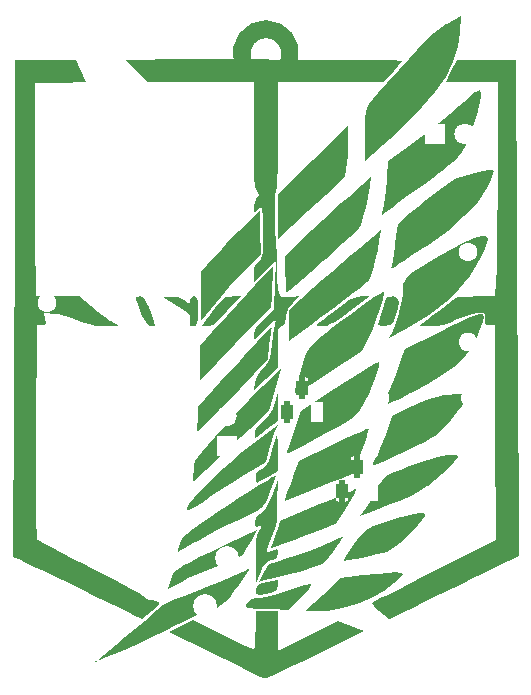
<source format=gto>
G04 #@! TF.GenerationSoftware,KiCad,Pcbnew,8.0.5*
G04 #@! TF.CreationDate,2025-05-26T16:56:42+05:00*
G04 #@! TF.ProjectId,Wings_Of_Freedom,57696e67-735f-44f6-965f-46726565646f,rev?*
G04 #@! TF.SameCoordinates,Original*
G04 #@! TF.FileFunction,Legend,Top*
G04 #@! TF.FilePolarity,Positive*
%FSLAX46Y46*%
G04 Gerber Fmt 4.6, Leading zero omitted, Abs format (unit mm)*
G04 Created by KiCad (PCBNEW 8.0.5) date 2025-05-26 16:56:42*
%MOMM*%
%LPD*%
G01*
G04 APERTURE LIST*
G04 Aperture macros list*
%AMRoundRect*
0 Rectangle with rounded corners*
0 $1 Rounding radius*
0 $2 $3 $4 $5 $6 $7 $8 $9 X,Y pos of 4 corners*
0 Add a 4 corners polygon primitive as box body*
4,1,4,$2,$3,$4,$5,$6,$7,$8,$9,$2,$3,0*
0 Add four circle primitives for the rounded corners*
1,1,$1+$1,$2,$3*
1,1,$1+$1,$4,$5*
1,1,$1+$1,$6,$7*
1,1,$1+$1,$8,$9*
0 Add four rect primitives between the rounded corners*
20,1,$1+$1,$2,$3,$4,$5,0*
20,1,$1+$1,$4,$5,$6,$7,0*
20,1,$1+$1,$6,$7,$8,$9,0*
20,1,$1+$1,$8,$9,$2,$3,0*%
%AMHorizOval*
0 Thick line with rounded ends*
0 $1 width*
0 $2 $3 position (X,Y) of the first rounded end (center of the circle)*
0 $4 $5 position (X,Y) of the second rounded end (center of the circle)*
0 Add line between two ends*
20,1,$1,$2,$3,$4,$5,0*
0 Add two circle primitives to create the rounded ends*
1,1,$1,$2,$3*
1,1,$1,$4,$5*%
%AMRotRect*
0 Rectangle, with rotation*
0 The origin of the aperture is its center*
0 $1 length*
0 $2 width*
0 $3 Rotation angle, in degrees counterclockwise*
0 Add horizontal line*
21,1,$1,$2,0,0,$3*%
G04 Aperture macros list end*
%ADD10C,1.500000*%
%ADD11C,0.000000*%
%ADD12C,1.600000*%
%ADD13O,1.600000X1.600000*%
%ADD14R,1.700000X1.700000*%
%ADD15O,1.700000X1.700000*%
%ADD16R,1.100000X1.800000*%
%ADD17RoundRect,0.275000X0.275000X0.625000X-0.275000X0.625000X-0.275000X-0.625000X0.275000X-0.625000X0*%
%ADD18RotRect,1.600000X1.600000X125.000000*%
%ADD19HorizOval,1.600000X0.000000X0.000000X0.000000X0.000000X0*%
%ADD20R,1.800000X1.800000*%
%ADD21C,1.800000*%
%ADD22RotRect,1.800000X1.800000X40.000000*%
%ADD23C,1.500000*%
%ADD24C,2.000000*%
G04 APERTURE END LIST*
D10*
X200755086Y-57308312D02*
G75*
G02*
X204740873Y-57323914I1994914J508312D01*
G01*
D11*
G36*
X188463478Y-108224410D02*
G01*
X188384596Y-108303292D01*
X188305714Y-108224410D01*
X188384596Y-108145528D01*
X188463478Y-108224410D01*
G37*
G36*
X203344548Y-75733132D02*
G01*
X203306981Y-76427547D01*
X203269626Y-77149453D01*
X203253332Y-77478641D01*
X203214410Y-78285667D01*
X200177454Y-81393217D01*
X197140497Y-84500767D01*
X197140497Y-83016406D01*
X197140497Y-81532046D01*
X198690436Y-79811768D01*
X199430134Y-78999190D01*
X200277183Y-78081916D01*
X201123693Y-77176132D01*
X201818608Y-76443070D01*
X203396842Y-74794650D01*
X203344548Y-75733132D01*
G37*
G36*
X203766584Y-101849498D02*
G01*
X203719313Y-102157712D01*
X203519053Y-102339153D01*
X203174969Y-102457729D01*
X202684462Y-102567928D01*
X202260783Y-102621857D01*
X202217906Y-102622909D01*
X201956514Y-102570628D01*
X201890175Y-102349369D01*
X201902378Y-102195543D01*
X201962820Y-101946724D01*
X202123702Y-101788850D01*
X202463070Y-101672251D01*
X202859441Y-101586432D01*
X203766584Y-101405567D01*
X203766584Y-101849498D01*
G37*
G36*
X202290326Y-71960720D02*
G01*
X202312826Y-73750008D01*
X201047382Y-75053047D01*
X200401170Y-75743034D01*
X199669025Y-76563205D01*
X198956898Y-77393269D01*
X198540099Y-77899564D01*
X197298261Y-79443042D01*
X197298261Y-77366727D01*
X197298261Y-75290411D01*
X198394995Y-73998595D01*
X198999935Y-73321725D01*
X199731787Y-72555609D01*
X200477874Y-71816316D01*
X200879778Y-71439106D01*
X202267826Y-70171433D01*
X202290326Y-71960720D01*
G37*
G36*
X203752249Y-86703753D02*
G01*
X203766584Y-87901108D01*
X202819788Y-88636361D01*
X202363078Y-88986828D01*
X202014318Y-89246550D01*
X201837490Y-89368067D01*
X201828554Y-89371615D01*
X201802020Y-89235558D01*
X201802757Y-88945772D01*
X201938644Y-88548855D01*
X202330617Y-88079868D01*
X202545541Y-87880865D01*
X203029548Y-87391077D01*
X203328441Y-86895446D01*
X203503799Y-86374099D01*
X203737914Y-85506397D01*
X203752249Y-86703753D01*
G37*
G36*
X209730015Y-63929313D02*
G01*
X209729514Y-64669443D01*
X209679425Y-65507190D01*
X209613615Y-66089762D01*
X209449933Y-67205776D01*
X207830929Y-68753375D01*
X207106401Y-69441450D01*
X206329511Y-70171829D01*
X205593291Y-70857450D01*
X204990774Y-71411255D01*
X204989255Y-71412636D01*
X203766584Y-72524298D01*
X203766584Y-70626229D01*
X203766584Y-68728160D01*
X206724659Y-65806519D01*
X209682733Y-62884877D01*
X209730015Y-63929313D01*
G37*
G36*
X214207782Y-100777155D02*
G01*
X214336770Y-100868292D01*
X214228993Y-101039628D01*
X213948395Y-101348103D01*
X213611571Y-101674429D01*
X212756085Y-102314528D01*
X211674090Y-102899077D01*
X210453755Y-103395678D01*
X209183248Y-103771931D01*
X207950737Y-103995439D01*
X207164030Y-104043664D01*
X206058861Y-104043664D01*
X207555269Y-102643841D01*
X209051677Y-101244018D01*
X210966444Y-100987320D01*
X212148380Y-100843822D01*
X213095172Y-100760518D01*
X213787934Y-100738073D01*
X214207782Y-100777155D01*
G37*
G36*
X199488558Y-78629695D02*
G01*
X198941861Y-79200648D01*
X198543424Y-79571224D01*
X198238373Y-79782490D01*
X197971832Y-79875511D01*
X197802048Y-79891807D01*
X197461900Y-79883886D01*
X197380533Y-79801995D01*
X197486520Y-79619870D01*
X197681594Y-79361163D01*
X198008075Y-78939653D01*
X198400805Y-78439360D01*
X198465323Y-78357758D01*
X198863567Y-77867611D01*
X199149687Y-77576848D01*
X199402383Y-77433571D01*
X199700357Y-77385880D01*
X199945682Y-77381553D01*
X200653390Y-77381553D01*
X199488558Y-78629695D01*
G37*
G36*
X192289778Y-77409005D02*
G01*
X192466338Y-77532228D01*
X192635612Y-77812518D01*
X192844039Y-78311171D01*
X192926010Y-78525341D01*
X193166377Y-79168436D01*
X193298030Y-79572448D01*
X193325152Y-79792934D01*
X193251927Y-79885451D01*
X193082538Y-79905554D01*
X193029952Y-79905776D01*
X192799087Y-79820367D01*
X192568228Y-79530321D01*
X192302800Y-78998633D01*
X191992529Y-78297103D01*
X191801000Y-77834872D01*
X191720710Y-77562072D01*
X191744155Y-77428830D01*
X191863832Y-77385277D01*
X192059496Y-77381553D01*
X192289778Y-77409005D01*
G37*
G36*
X209850268Y-78643664D02*
G01*
X209129003Y-79167786D01*
X208598711Y-79525758D01*
X208203312Y-79747700D01*
X207886724Y-79863733D01*
X207592867Y-79903978D01*
X207500363Y-79905776D01*
X207128373Y-79877780D01*
X206989184Y-79804821D01*
X207008634Y-79769771D01*
X207188402Y-79626386D01*
X207565872Y-79337569D01*
X208085210Y-78945705D01*
X208671134Y-78507659D01*
X209341116Y-78018314D01*
X209828517Y-77693643D01*
X210197012Y-77501055D01*
X210510280Y-77407955D01*
X210831996Y-77381751D01*
X210871164Y-77381553D01*
X211558568Y-77381553D01*
X209850268Y-78643664D01*
G37*
G36*
X213798534Y-77416709D02*
G01*
X213974012Y-77554974D01*
X214009554Y-77845540D01*
X213913133Y-78337601D01*
X213730822Y-78959192D01*
X213564524Y-79450472D01*
X213411096Y-79715583D01*
X213197937Y-79832085D01*
X212872758Y-79875859D01*
X212495387Y-79873472D01*
X212295447Y-79806173D01*
X212285839Y-79781078D01*
X212331388Y-79539320D01*
X212435889Y-79179939D01*
X212573716Y-78724649D01*
X212725801Y-78174010D01*
X212757498Y-78052049D01*
X212885727Y-77633210D01*
X213044927Y-77438849D01*
X213326332Y-77383726D01*
X213475149Y-77381553D01*
X213798534Y-77416709D01*
G37*
G36*
X203729712Y-89202580D02*
G01*
X203751167Y-89597006D01*
X203764089Y-90171782D01*
X203766584Y-90596868D01*
X203766584Y-92137649D01*
X202913669Y-92647800D01*
X202455930Y-92913342D01*
X202111538Y-93097851D01*
X201967085Y-93157950D01*
X201901409Y-93020577D01*
X201873427Y-92689422D01*
X201873416Y-92682106D01*
X201934968Y-92321661D01*
X202176025Y-92075887D01*
X202407082Y-91951774D01*
X202674973Y-91800744D01*
X202865751Y-91604052D01*
X203020558Y-91288270D01*
X203180536Y-90779972D01*
X203289614Y-90376687D01*
X203453015Y-89784094D01*
X203591510Y-89329145D01*
X203683313Y-89081514D01*
X203702532Y-89056087D01*
X203729712Y-89202580D01*
G37*
G36*
X206580575Y-101832689D02*
G01*
X206363783Y-102130639D01*
X206003112Y-102548395D01*
X205746977Y-102821955D01*
X204724086Y-103885900D01*
X203259310Y-103862262D01*
X202557600Y-103844710D01*
X201930893Y-103817954D01*
X201478464Y-103786657D01*
X201363721Y-103773194D01*
X201068256Y-103704908D01*
X201039811Y-103565861D01*
X201170754Y-103344764D01*
X201423852Y-103097042D01*
X201838242Y-102947568D01*
X202241900Y-102883825D01*
X202744297Y-102791125D01*
X203438914Y-102618668D01*
X204221229Y-102393944D01*
X204766262Y-102219858D01*
X205455590Y-101997888D01*
X206038724Y-101826472D01*
X206448958Y-101724168D01*
X206613596Y-101705919D01*
X206580575Y-101832689D01*
G37*
G36*
X201556142Y-98017977D02*
G01*
X201271053Y-98531030D01*
X201017896Y-98959385D01*
X200874192Y-99178052D01*
X200657780Y-99329412D01*
X200206362Y-99557464D01*
X199582273Y-99833329D01*
X198847849Y-100128131D01*
X198711253Y-100180034D01*
X197847598Y-100519497D01*
X196970382Y-100888353D01*
X196185162Y-101240877D01*
X195622351Y-101518048D01*
X194498615Y-102115796D01*
X194750346Y-101328615D01*
X194824734Y-101094466D01*
X194901939Y-100899012D01*
X195012291Y-100723254D01*
X195186122Y-100548189D01*
X195453762Y-100354820D01*
X195845542Y-100124145D01*
X196391792Y-99837164D01*
X197122845Y-99474877D01*
X198069029Y-99018285D01*
X199260677Y-98448386D01*
X199629849Y-98271950D01*
X202040319Y-97119619D01*
X201556142Y-98017977D01*
G37*
G36*
X219254469Y-85617603D02*
G01*
X220196408Y-85664161D01*
X218948080Y-87170293D01*
X218403550Y-87808341D01*
X217866861Y-88404437D01*
X217402977Y-88888267D01*
X217098891Y-89171704D01*
X216768223Y-89388204D01*
X216204873Y-89697788D01*
X215467450Y-90072270D01*
X214614564Y-90483461D01*
X213704825Y-90903176D01*
X212796843Y-91303228D01*
X211949228Y-91655430D01*
X211863591Y-91689487D01*
X211839777Y-91600552D01*
X211947270Y-91298176D01*
X212163243Y-90844232D01*
X212204859Y-90764476D01*
X212535822Y-90063033D01*
X212862209Y-89251651D01*
X213073430Y-88631766D01*
X213415130Y-87497508D01*
X214804412Y-86779972D01*
X216350750Y-86103860D01*
X217812555Y-85714022D01*
X219175345Y-85614243D01*
X219254469Y-85617603D01*
G37*
G36*
X203534161Y-88785000D02*
G01*
X203375628Y-89227398D01*
X203190757Y-89833575D01*
X203045884Y-90370586D01*
X202783253Y-91416127D01*
X201500074Y-92154644D01*
X200897571Y-92514567D01*
X200121083Y-92997610D01*
X199257188Y-93548942D01*
X198392460Y-94113730D01*
X198105125Y-94304776D01*
X197320330Y-94826847D01*
X196761236Y-95188512D01*
X196392528Y-95406652D01*
X196178897Y-95498149D01*
X196085028Y-95479883D01*
X196075610Y-95368735D01*
X196095591Y-95265432D01*
X196270730Y-94929520D01*
X196663267Y-94431928D01*
X197240425Y-93803253D01*
X197969425Y-93074093D01*
X198817492Y-92275045D01*
X199751848Y-91436706D01*
X200739715Y-90589673D01*
X201748316Y-89764543D01*
X202744874Y-88991914D01*
X203092698Y-88733740D01*
X203759806Y-88244955D01*
X203534161Y-88785000D01*
G37*
G36*
X196824415Y-77407902D02*
G01*
X196918634Y-77529264D01*
X196965731Y-77809106D01*
X196981572Y-78310899D01*
X196982733Y-78643664D01*
X196976146Y-79272503D01*
X196945805Y-79649381D01*
X196875845Y-79837767D01*
X196750396Y-79901132D01*
X196667205Y-79905776D01*
X196402509Y-79855573D01*
X196334960Y-79787453D01*
X196331442Y-79553544D01*
X196344377Y-79258854D01*
X196320396Y-79032677D01*
X196182292Y-78821013D01*
X195878644Y-78573478D01*
X195358031Y-78239686D01*
X195217306Y-78154506D01*
X194064100Y-77460435D01*
X194753244Y-77411011D01*
X195290109Y-77424254D01*
X195663417Y-77582544D01*
X195788878Y-77687098D01*
X196119006Y-77954954D01*
X196294665Y-77971399D01*
X196351210Y-77737059D01*
X196351677Y-77697081D01*
X196463233Y-77433408D01*
X196667205Y-77381553D01*
X196824415Y-77407902D01*
G37*
G36*
X203247485Y-80039908D02*
G01*
X203224570Y-80122803D01*
X203218063Y-80142422D01*
X203152349Y-80455887D01*
X203082235Y-80971338D01*
X203024218Y-81562298D01*
X202935727Y-82666646D01*
X201737817Y-83928758D01*
X200521400Y-85207155D01*
X199505747Y-86266999D01*
X198677486Y-87121477D01*
X198023245Y-87783773D01*
X197529651Y-88267075D01*
X197183331Y-88584569D01*
X196970915Y-88749442D01*
X196879028Y-88774879D01*
X196878142Y-88720830D01*
X196937274Y-88344076D01*
X196974415Y-87809300D01*
X196980579Y-87520754D01*
X196982733Y-86695358D01*
X199560121Y-83892182D01*
X200556491Y-82808809D01*
X201359418Y-81937221D01*
X201988951Y-81256870D01*
X202465135Y-80747205D01*
X202808019Y-80387675D01*
X203037649Y-80157731D01*
X203174072Y-80036822D01*
X203237335Y-80004397D01*
X203247485Y-80039908D01*
G37*
G36*
X209203959Y-97845799D02*
G01*
X209020171Y-98138940D01*
X208738852Y-98545115D01*
X208408865Y-98996913D01*
X208079072Y-99426921D01*
X207798333Y-99767727D01*
X207660779Y-99913754D01*
X207351586Y-100089027D01*
X206755325Y-100314268D01*
X205895277Y-100582499D01*
X204794722Y-100886740D01*
X203476938Y-101220010D01*
X202629969Y-101422056D01*
X202203292Y-101521851D01*
X202502861Y-100850149D01*
X202724978Y-100423356D01*
X202937196Y-100127352D01*
X203008420Y-100067810D01*
X203237572Y-99979303D01*
X203697716Y-99825716D01*
X204316969Y-99630423D01*
X204870932Y-99462167D01*
X205740253Y-99179433D01*
X206674018Y-98838929D01*
X207522700Y-98496457D01*
X207850845Y-98350133D01*
X208435539Y-98080682D01*
X208903687Y-97870887D01*
X209188246Y-97750499D01*
X209241356Y-97733105D01*
X209203959Y-97845799D01*
G37*
G36*
X203538852Y-85327836D02*
G01*
X203055023Y-87101057D01*
X201399313Y-88574022D01*
X200605717Y-89289390D01*
X199717161Y-90105268D01*
X198849956Y-90914141D01*
X198208468Y-91523587D01*
X197642076Y-92064431D01*
X197160996Y-92516339D01*
X196808531Y-92839195D01*
X196627982Y-92992886D01*
X196614546Y-93000186D01*
X196594663Y-92858548D01*
X196606458Y-92494568D01*
X196631159Y-92171925D01*
X196691876Y-91667664D01*
X196764503Y-91285896D01*
X196805206Y-91165515D01*
X196973818Y-90939619D01*
X197325233Y-90523829D01*
X197824212Y-89956319D01*
X198435514Y-89275263D01*
X199123900Y-88518835D01*
X199854129Y-87725208D01*
X200590961Y-86932556D01*
X201299156Y-86179053D01*
X201943474Y-85502874D01*
X202488675Y-84942191D01*
X202899519Y-84535178D01*
X203075934Y-84372742D01*
X204022680Y-83554615D01*
X203538852Y-85327836D01*
G37*
G36*
X210406704Y-93745169D02*
G01*
X210272365Y-94058282D01*
X209956734Y-94621605D01*
X209458764Y-95437000D01*
X208777406Y-96506327D01*
X208713035Y-96605846D01*
X208563593Y-96673383D01*
X208174570Y-96828495D01*
X207602547Y-97049926D01*
X206904108Y-97316419D01*
X206135836Y-97606718D01*
X205354314Y-97899567D01*
X204616126Y-98173711D01*
X203977853Y-98407892D01*
X203496079Y-98580855D01*
X203227388Y-98671343D01*
X203192544Y-98679689D01*
X203210839Y-98558527D01*
X203342825Y-98263496D01*
X203359850Y-98230229D01*
X203547113Y-97786165D01*
X203727602Y-97233030D01*
X203769387Y-97077395D01*
X203946498Y-96374022D01*
X207051262Y-95071579D01*
X207982047Y-94680988D01*
X208820731Y-94328804D01*
X209521360Y-94034343D01*
X210037980Y-93816923D01*
X210324636Y-93695860D01*
X210360802Y-93680405D01*
X210406704Y-93745169D01*
G37*
G36*
X211466814Y-88583332D02*
G01*
X211431269Y-88773603D01*
X211301539Y-89184326D01*
X211104561Y-89744603D01*
X210867276Y-90383533D01*
X210616623Y-91030216D01*
X210379541Y-91613752D01*
X210182970Y-92063242D01*
X210053849Y-92307786D01*
X210049436Y-92313631D01*
X209838345Y-92456153D01*
X209417984Y-92659256D01*
X208877223Y-92880214D01*
X208848482Y-92891015D01*
X208251339Y-93121813D01*
X207478317Y-93430918D01*
X206643538Y-93772310D01*
X206077229Y-94008518D01*
X204364892Y-94729783D01*
X204471145Y-94298835D01*
X204578360Y-93953083D01*
X204769213Y-93415742D01*
X205007665Y-92787175D01*
X205079135Y-92605776D01*
X205580870Y-91343664D01*
X208499503Y-89896618D01*
X209375037Y-89469795D01*
X210150263Y-89105731D01*
X210782915Y-88823133D01*
X211230726Y-88640707D01*
X211451428Y-88577160D01*
X211466814Y-88583332D01*
G37*
G36*
X212362936Y-72648633D02*
G01*
X212223416Y-73478730D01*
X212029639Y-74359212D01*
X211812446Y-75161608D01*
X211635563Y-75678567D01*
X211570177Y-75808674D01*
X211460018Y-75957179D01*
X211280923Y-76143643D01*
X211008730Y-76387626D01*
X210619278Y-76708689D01*
X210088403Y-77126391D01*
X209391946Y-77660292D01*
X208505742Y-78329954D01*
X207405631Y-79154935D01*
X206566895Y-79781869D01*
X204713168Y-81166424D01*
X204713168Y-79861046D01*
X204713168Y-78555667D01*
X205699193Y-77597692D01*
X206133954Y-77193003D01*
X206755589Y-76638334D01*
X207506824Y-75983577D01*
X208330386Y-75278626D01*
X209169003Y-74573376D01*
X209209441Y-74539717D01*
X209992219Y-73887583D01*
X210713286Y-73285158D01*
X211329642Y-72768502D01*
X211798289Y-72373672D01*
X212076228Y-72136729D01*
X212106432Y-72110324D01*
X212479199Y-71780931D01*
X212362936Y-72648633D01*
G37*
G36*
X218953942Y-90825061D02*
G01*
X218979071Y-90968935D01*
X218928047Y-91076896D01*
X218684605Y-91402375D01*
X218253265Y-91859073D01*
X217697269Y-92387197D01*
X217079858Y-92926954D01*
X216464276Y-93418548D01*
X216402068Y-93465125D01*
X215903317Y-93786040D01*
X215203306Y-94152324D01*
X214278634Y-94574481D01*
X213105904Y-95063015D01*
X211661717Y-95628429D01*
X211147717Y-95823803D01*
X210719534Y-95985583D01*
X211226917Y-95320875D01*
X211575735Y-94799085D01*
X211942057Y-94152033D01*
X212162405Y-93702221D01*
X212353829Y-93294954D01*
X212542400Y-92985157D01*
X212780859Y-92734124D01*
X213121946Y-92503147D01*
X213618404Y-92253521D01*
X214322972Y-91946539D01*
X214861965Y-91721042D01*
X215604584Y-91450161D01*
X216461137Y-91196759D01*
X217329046Y-90985848D01*
X218105732Y-90842440D01*
X218674179Y-90791490D01*
X218953942Y-90825061D01*
G37*
G36*
X212353950Y-83025077D02*
G01*
X212300240Y-83341426D01*
X212172095Y-83814677D01*
X211990535Y-84376661D01*
X211776581Y-84959208D01*
X211551251Y-85494147D01*
X211470296Y-85664161D01*
X211075735Y-86439847D01*
X210745378Y-87001153D01*
X210409846Y-87419316D01*
X209999760Y-87765572D01*
X209445741Y-88111155D01*
X208685399Y-88523600D01*
X207882763Y-88949083D01*
X207045456Y-89393432D01*
X206288686Y-89795486D01*
X205857530Y-90024878D01*
X205248055Y-90346190D01*
X204864728Y-90535315D01*
X204656868Y-90611469D01*
X204573791Y-90593868D01*
X204563703Y-90515404D01*
X204617718Y-90327351D01*
X204757787Y-89908210D01*
X204961631Y-89323240D01*
X205167506Y-88746852D01*
X205763008Y-87096624D01*
X208038399Y-85554182D01*
X209199701Y-84781536D01*
X210267621Y-84099455D01*
X211198289Y-83534834D01*
X211947839Y-83114571D01*
X212312203Y-82933800D01*
X212353950Y-83025077D01*
G37*
G36*
X219179045Y-54951161D02*
G01*
X218981640Y-56238261D01*
X218580778Y-57499690D01*
X217960924Y-58759173D01*
X217106546Y-60040435D01*
X216002110Y-61367201D01*
X214632083Y-62763195D01*
X213231067Y-64035930D01*
X212684813Y-64521922D01*
X212102026Y-65056211D01*
X211851988Y-65291449D01*
X211181491Y-65930478D01*
X211181491Y-63672268D01*
X211177178Y-62854927D01*
X211181847Y-62247801D01*
X211221907Y-61786959D01*
X211323767Y-61408467D01*
X211513837Y-61048394D01*
X211818527Y-60642806D01*
X212264246Y-60127772D01*
X212877404Y-59439359D01*
X212976162Y-59327713D01*
X213995671Y-58176516D01*
X214836408Y-57237323D01*
X215525759Y-56483270D01*
X216091111Y-55887496D01*
X216559850Y-55423140D01*
X216959362Y-55063338D01*
X217317033Y-54781229D01*
X217660250Y-54549950D01*
X218016400Y-54342640D01*
X218110858Y-54291307D01*
X219278355Y-53663338D01*
X219179045Y-54951161D01*
G37*
G36*
X221130023Y-78886121D02*
G01*
X221177928Y-79090142D01*
X221093926Y-79518861D01*
X220894095Y-80118305D01*
X220594514Y-80834498D01*
X220470833Y-81099088D01*
X220008197Y-81907757D01*
X219412962Y-82653313D01*
X218650628Y-83363977D01*
X217686695Y-84067968D01*
X216486663Y-84793505D01*
X215016034Y-85568808D01*
X214991145Y-85581257D01*
X214098787Y-86028615D01*
X213461594Y-86338659D01*
X213049042Y-86508012D01*
X212830605Y-86533294D01*
X212775758Y-86411126D01*
X212853975Y-86138131D01*
X213034732Y-85710930D01*
X213179053Y-85380693D01*
X213501825Y-84611757D01*
X213836484Y-83778922D01*
X214116878Y-83047262D01*
X214146158Y-82967461D01*
X214553862Y-81848400D01*
X217307919Y-80465112D01*
X218460370Y-79892351D01*
X219364666Y-79458130D01*
X220049934Y-79150417D01*
X220545301Y-78957179D01*
X220879895Y-78866382D01*
X221082843Y-78865994D01*
X221130023Y-78886121D01*
G37*
G36*
X221420726Y-72224589D02*
G01*
X221589217Y-72430831D01*
X221593913Y-72495368D01*
X221512018Y-72845289D01*
X221289601Y-73387865D01*
X220961564Y-74053484D01*
X220562808Y-74772533D01*
X220128235Y-75475400D01*
X220014199Y-75646149D01*
X219126705Y-76744304D01*
X217968954Y-77844220D01*
X216584020Y-78910487D01*
X215014978Y-79907694D01*
X214439647Y-80228805D01*
X213201529Y-80896432D01*
X213436110Y-80440545D01*
X213681239Y-79871448D01*
X213924897Y-79153402D01*
X214136049Y-78397149D01*
X214283657Y-77713432D01*
X214336770Y-77226891D01*
X214342328Y-76736697D01*
X214382586Y-76352346D01*
X214492921Y-76033280D01*
X214708709Y-75738942D01*
X215065327Y-75428776D01*
X215598152Y-75062222D01*
X216342560Y-74598725D01*
X216951269Y-74229507D01*
X218328935Y-73423642D01*
X219464661Y-72820237D01*
X220358501Y-72419273D01*
X221010505Y-72220730D01*
X221420726Y-72224589D01*
G37*
G36*
X216204690Y-95762101D02*
G01*
X216190418Y-95954123D01*
X215977090Y-96297516D01*
X215611339Y-96745680D01*
X215139802Y-97252011D01*
X214609111Y-97769908D01*
X214065903Y-98252769D01*
X213556811Y-98653992D01*
X213128469Y-98926974D01*
X212966034Y-98998500D01*
X212684675Y-99075647D01*
X212193641Y-99193255D01*
X211573355Y-99333881D01*
X210904240Y-99480081D01*
X210266717Y-99614414D01*
X209741211Y-99719435D01*
X209408143Y-99777701D01*
X209344288Y-99784037D01*
X209351637Y-99669228D01*
X209426846Y-99504462D01*
X209686877Y-99084508D01*
X210058808Y-98562325D01*
X210480601Y-98016362D01*
X210890219Y-97525068D01*
X211225625Y-97166891D01*
X211372894Y-97043615D01*
X211779161Y-96839042D01*
X212369291Y-96611777D01*
X213078464Y-96379012D01*
X213841863Y-96157936D01*
X214594667Y-95965743D01*
X215272057Y-95819624D01*
X215809217Y-95736770D01*
X216141325Y-95734373D01*
X216204690Y-95762101D01*
G37*
G36*
X211581107Y-68073478D02*
G01*
X211435830Y-68989754D01*
X211238415Y-69880101D01*
X211008969Y-70676994D01*
X210767599Y-71312909D01*
X210534413Y-71720324D01*
X210477111Y-71780931D01*
X210260876Y-71974253D01*
X209847995Y-72344188D01*
X209276592Y-72856547D01*
X208584795Y-73477137D01*
X207810729Y-74171767D01*
X207354542Y-74581242D01*
X206572211Y-75280793D01*
X205869263Y-75904146D01*
X205279111Y-76422095D01*
X204835167Y-76805438D01*
X204570847Y-77024972D01*
X204511540Y-77066025D01*
X204477484Y-76919412D01*
X204445676Y-76524167D01*
X204420461Y-75947179D01*
X204409429Y-75493030D01*
X204382327Y-73920036D01*
X205928182Y-72443328D01*
X206687670Y-71726733D01*
X207568041Y-70909934D01*
X208452693Y-70100470D01*
X209130559Y-69489921D01*
X209774171Y-68916048D01*
X210371566Y-68383148D01*
X210864010Y-67943633D01*
X211192764Y-67649916D01*
X211237925Y-67609500D01*
X211688770Y-67205776D01*
X211581107Y-68073478D01*
G37*
G36*
X203554293Y-92729641D02*
G01*
X203408221Y-93114745D01*
X203196864Y-93655402D01*
X203077654Y-93955755D01*
X202889046Y-94431499D01*
X202727560Y-94795745D01*
X202550183Y-95082813D01*
X202313904Y-95327024D01*
X201975709Y-95562699D01*
X201492587Y-95824158D01*
X200821526Y-96145723D01*
X199919512Y-96561713D01*
X199664721Y-96679030D01*
X198817955Y-97088042D01*
X197875644Y-97572129D01*
X197003558Y-98045402D01*
X196762890Y-98182568D01*
X196175541Y-98520319D01*
X195699534Y-98789440D01*
X195394246Y-98956636D01*
X195313589Y-98995217D01*
X195325152Y-98861215D01*
X195409384Y-98525037D01*
X195454550Y-98369066D01*
X195573208Y-98065742D01*
X195764248Y-97786589D01*
X196078243Y-97481105D01*
X196565765Y-97098787D01*
X197140497Y-96685469D01*
X197942834Y-96127967D01*
X198811322Y-95539217D01*
X199708047Y-94943350D01*
X200595093Y-94364496D01*
X201434546Y-93826787D01*
X202188491Y-93354354D01*
X202819014Y-92971329D01*
X203288200Y-92701841D01*
X203558133Y-92570022D01*
X203608820Y-92568670D01*
X203554293Y-92729641D01*
G37*
G36*
X203766584Y-105701115D02*
G01*
X203766584Y-107358566D01*
X206306324Y-106086826D01*
X208846064Y-104815087D01*
X209959448Y-105279908D01*
X211072831Y-105744730D01*
X207001552Y-107733949D01*
X205950526Y-108244508D01*
X204988151Y-108706332D01*
X204151768Y-109101951D01*
X203478719Y-109413899D01*
X203006347Y-109624707D01*
X202771992Y-109716908D01*
X202756814Y-109719575D01*
X202510854Y-109653362D01*
X202122972Y-109494249D01*
X202031180Y-109451301D01*
X201735735Y-109307760D01*
X201204374Y-109047664D01*
X200484121Y-108694108D01*
X199622000Y-108270191D01*
X198665035Y-107799009D01*
X198034110Y-107488043D01*
X194589214Y-105789466D01*
X195595074Y-105293454D01*
X196600934Y-104797442D01*
X199140153Y-106068921D01*
X199957712Y-106470613D01*
X200676732Y-106809297D01*
X201250766Y-107064280D01*
X201633365Y-107214868D01*
X201776394Y-107243378D01*
X201817698Y-107053565D01*
X201850254Y-106621331D01*
X201869761Y-106019753D01*
X201873416Y-105595010D01*
X201873416Y-104043664D01*
X202820000Y-104043664D01*
X203766584Y-104043664D01*
X203766584Y-105701115D01*
G37*
G36*
X212724590Y-77169850D02*
G01*
X212636869Y-77597265D01*
X212472761Y-78185889D01*
X212253188Y-78870057D01*
X211999069Y-79584104D01*
X211731328Y-80262364D01*
X211502993Y-80773478D01*
X210894154Y-82035590D01*
X208474158Y-83598258D01*
X207442594Y-84264376D01*
X206647390Y-84775630D01*
X206059319Y-85147516D01*
X205649155Y-85395529D01*
X205387672Y-85535164D01*
X205245644Y-85581918D01*
X205193847Y-85551286D01*
X205203052Y-85458764D01*
X205244036Y-85319847D01*
X205247219Y-85309192D01*
X205340053Y-84952672D01*
X205429500Y-84559813D01*
X205527825Y-84179440D01*
X205694257Y-83614767D01*
X205894943Y-82980093D01*
X205920169Y-82903292D01*
X206144858Y-82273845D01*
X206369454Y-81829690D01*
X206672086Y-81456965D01*
X207130885Y-81041808D01*
X207286718Y-80911771D01*
X207801878Y-80497496D01*
X208438307Y-80004475D01*
X209152751Y-79464121D01*
X209901958Y-78907850D01*
X210642673Y-78367076D01*
X211331643Y-77873212D01*
X211925614Y-77457673D01*
X212381333Y-77151874D01*
X212655545Y-76987228D01*
X212715004Y-76969310D01*
X212724590Y-77169850D01*
G37*
G36*
X222052449Y-66743392D02*
G01*
X222016018Y-67027171D01*
X221807621Y-67526553D01*
X221475590Y-68163896D01*
X220674572Y-69351758D01*
X219559427Y-70567417D01*
X218130316Y-71810723D01*
X216387400Y-73081521D01*
X216072174Y-73292180D01*
X215151344Y-73901035D01*
X214462883Y-74354627D01*
X213974773Y-74669910D01*
X213654997Y-74863833D01*
X213471537Y-74953349D01*
X213392374Y-74955410D01*
X213385492Y-74886966D01*
X213418872Y-74764969D01*
X213441833Y-74684794D01*
X213508561Y-74354672D01*
X213596382Y-73812625D01*
X213689207Y-73160054D01*
X213714823Y-72964161D01*
X213802054Y-72304117D01*
X213882805Y-71730334D01*
X213943050Y-71341416D01*
X213955059Y-71275369D01*
X214097293Y-71080400D01*
X214448990Y-70739976D01*
X214962566Y-70291631D01*
X215590440Y-69772899D01*
X216285027Y-69221315D01*
X216998746Y-68674413D01*
X217684014Y-68169729D01*
X218293247Y-67744797D01*
X218778863Y-67437151D01*
X218918268Y-67360260D01*
X219270088Y-67227750D01*
X219826970Y-67068092D01*
X220482780Y-66906244D01*
X221131385Y-66767165D01*
X221666650Y-66675813D01*
X221923319Y-66653602D01*
X222052449Y-66743392D01*
G37*
G36*
X203721719Y-94893354D02*
G01*
X203696570Y-95740440D01*
X203657258Y-96356077D01*
X203588710Y-96824340D01*
X203475855Y-97229307D01*
X203303620Y-97655053D01*
X203177287Y-97930310D01*
X202920642Y-98531907D01*
X202839699Y-98887846D01*
X202940975Y-99018805D01*
X203230985Y-98945461D01*
X203461428Y-98831902D01*
X203674917Y-98755633D01*
X203756003Y-98888931D01*
X203766584Y-99140282D01*
X203723497Y-99471942D01*
X203530944Y-99636897D01*
X203232741Y-99712125D01*
X202913768Y-99807083D01*
X202680256Y-99998634D01*
X202459778Y-100363951D01*
X202300655Y-100705299D01*
X201902412Y-101598323D01*
X201893504Y-99705155D01*
X201903426Y-98756346D01*
X201946271Y-98078326D01*
X202026149Y-97627677D01*
X202110062Y-97417577D01*
X202305055Y-97020611D01*
X202299650Y-96840071D01*
X202091385Y-96846659D01*
X202062789Y-96855371D01*
X201875310Y-96871047D01*
X201819034Y-96702328D01*
X201840435Y-96418139D01*
X201968639Y-95987994D01*
X202265883Y-95758874D01*
X202296940Y-95747044D01*
X202529231Y-95598254D01*
X202756192Y-95294753D01*
X203012244Y-94781757D01*
X203229779Y-94262298D01*
X203767678Y-92921304D01*
X203721719Y-94893354D01*
G37*
G36*
X220919377Y-59967848D02*
G01*
X220939625Y-60049880D01*
X220927950Y-60531620D01*
X220803610Y-61221995D01*
X220590670Y-62045277D01*
X220313192Y-62925736D01*
X219995242Y-63787644D01*
X219660881Y-64555271D01*
X219334175Y-65152887D01*
X219303138Y-65199958D01*
X219013855Y-65543044D01*
X218557890Y-65990691D01*
X218021818Y-66459261D01*
X217883658Y-66571284D01*
X217449687Y-66908415D01*
X216872662Y-67344313D01*
X216197982Y-67846022D01*
X215471048Y-68380588D01*
X214737260Y-68915057D01*
X214042018Y-69416473D01*
X213430722Y-69851882D01*
X212948771Y-70188329D01*
X212641567Y-70392859D01*
X212554008Y-70439938D01*
X212556241Y-70302904D01*
X212629566Y-69949629D01*
X212716393Y-69611677D01*
X212833120Y-69056709D01*
X212940576Y-68323553D01*
X213019468Y-67549389D01*
X213032591Y-67363540D01*
X213122219Y-65943664D01*
X214852632Y-64681553D01*
X215588198Y-64126137D01*
X216469357Y-63431314D01*
X217407239Y-62668826D01*
X218312973Y-61910416D01*
X218733510Y-61548638D01*
X219498884Y-60886617D01*
X220061069Y-60413070D01*
X220452139Y-60106208D01*
X220704165Y-59944243D01*
X220849221Y-59905386D01*
X220919377Y-59967848D01*
G37*
G36*
X201326471Y-100529581D02*
G01*
X201146687Y-100833826D01*
X200854214Y-101269002D01*
X200489871Y-101776279D01*
X200094480Y-102296831D01*
X199757389Y-102714262D01*
X199309589Y-103222257D01*
X198953967Y-103537897D01*
X198599744Y-103725898D01*
X198165963Y-103848789D01*
X197749356Y-103986252D01*
X197128588Y-104247096D01*
X196374055Y-104599216D01*
X195556154Y-105010505D01*
X195168447Y-105215887D01*
X194205938Y-105716925D01*
X193139220Y-106243128D01*
X192087079Y-106737536D01*
X191168299Y-107143190D01*
X191022419Y-107203963D01*
X190135809Y-107568719D01*
X189499571Y-107829043D01*
X189072197Y-108000351D01*
X188812178Y-108098056D01*
X188678004Y-108137573D01*
X188628167Y-108134316D01*
X188621158Y-108103700D01*
X188621242Y-108095641D01*
X188737758Y-107971090D01*
X189054791Y-107694369D01*
X189523572Y-107306739D01*
X190080559Y-106861101D01*
X190849633Y-106240118D01*
X191705270Y-105526541D01*
X192514215Y-104832329D01*
X192880870Y-104508369D01*
X193543507Y-103934053D01*
X194072635Y-103533114D01*
X194553239Y-103251288D01*
X195070304Y-103034315D01*
X195326211Y-102947053D01*
X196036445Y-102695159D01*
X196943650Y-102342968D01*
X197960371Y-101926788D01*
X198999158Y-101482929D01*
X199972556Y-101047699D01*
X200522508Y-100789641D01*
X200960722Y-100583042D01*
X201265697Y-100447009D01*
X201352748Y-100415093D01*
X201326471Y-100529581D01*
G37*
G36*
X223960494Y-60776894D02*
G01*
X223961469Y-61402172D01*
X223964278Y-62317427D01*
X223968792Y-63497116D01*
X223974885Y-64915694D01*
X223982430Y-66547616D01*
X223991298Y-68367338D01*
X224001364Y-70349317D01*
X224012499Y-72468007D01*
X224024577Y-74697864D01*
X224037470Y-77013345D01*
X224051051Y-79388904D01*
X224065192Y-81798998D01*
X224065207Y-81801374D01*
X224169799Y-99394487D01*
X222605769Y-100128559D01*
X222029535Y-100402260D01*
X221228757Y-100787237D01*
X220261854Y-101255162D01*
X219187245Y-101777704D01*
X218063348Y-102326535D01*
X217161514Y-102768676D01*
X216142740Y-103267905D01*
X215219376Y-103718057D01*
X214428395Y-104101296D01*
X213806766Y-104399784D01*
X213391461Y-104595686D01*
X213219451Y-104671165D01*
X213217415Y-104671476D01*
X213075437Y-104573991D01*
X212765618Y-104321917D01*
X212367059Y-103980251D01*
X211932879Y-103567361D01*
X211762731Y-103318283D01*
X211814885Y-103234117D01*
X212005289Y-103151098D01*
X212443299Y-102940637D01*
X213095755Y-102619266D01*
X213929495Y-102203517D01*
X214911362Y-101709922D01*
X216008194Y-101155014D01*
X217138349Y-100580058D01*
X222227505Y-97984153D01*
X222186796Y-88905524D01*
X222146087Y-79826894D01*
X221720880Y-79832442D01*
X221438281Y-79804093D01*
X221329194Y-79646818D01*
X221326470Y-79280268D01*
X221330979Y-78927974D01*
X221235193Y-78772697D01*
X220953841Y-78741695D01*
X220705538Y-78750553D01*
X220181626Y-78847723D01*
X219512969Y-79077558D01*
X218970135Y-79322446D01*
X218299183Y-79630538D01*
X217737355Y-79801895D01*
X217132101Y-79876093D01*
X216787359Y-79888695D01*
X216249779Y-79882634D01*
X215914566Y-79843623D01*
X215836488Y-79778296D01*
X215840776Y-79774042D01*
X216029615Y-79624803D01*
X216407605Y-79339893D01*
X216908528Y-78968963D01*
X217176522Y-78772508D01*
X217724990Y-78360767D01*
X218191450Y-77990507D01*
X218504410Y-77719325D01*
X218576274Y-77644771D01*
X218730556Y-77523589D01*
X218994111Y-77445073D01*
X219426454Y-77401012D01*
X220087099Y-77383196D01*
X220484251Y-77381553D01*
X222175705Y-77381553D01*
X222279219Y-74990009D01*
X222302081Y-74296545D01*
X222323193Y-73337473D01*
X222341985Y-72162711D01*
X222357888Y-70822176D01*
X222370331Y-69365787D01*
X222378747Y-67843460D01*
X222382564Y-66305115D01*
X222382733Y-65918581D01*
X222382733Y-59238695D01*
X220176435Y-59238695D01*
X217970137Y-59238695D01*
X218451157Y-58292112D01*
X218932176Y-57345528D01*
X221446274Y-57345528D01*
X223960373Y-57345528D01*
X223960494Y-60776894D01*
G37*
G36*
X184085528Y-57350743D02*
G01*
X186649193Y-57355959D01*
X187072248Y-58292945D01*
X187495303Y-59229932D01*
X185336844Y-59273755D01*
X183178385Y-59317577D01*
X183191530Y-63261677D01*
X183195954Y-64488881D01*
X183201747Y-65943936D01*
X183208526Y-67539171D01*
X183215908Y-69186912D01*
X183223509Y-70799489D01*
X183230948Y-72289230D01*
X183230971Y-72293664D01*
X183257267Y-77381553D01*
X185093547Y-77381553D01*
X186929827Y-77381553D01*
X187972740Y-78220249D01*
X188552124Y-78676562D01*
X189128186Y-79114399D01*
X189589849Y-79449587D01*
X189646708Y-79488769D01*
X190277764Y-79918593D01*
X189094534Y-79899816D01*
X188339354Y-79858186D01*
X187737554Y-79737744D01*
X187129980Y-79503034D01*
X186964721Y-79425328D01*
X186089800Y-79092420D01*
X185168277Y-78882625D01*
X185007715Y-78862384D01*
X183997293Y-78755152D01*
X184085067Y-79296038D01*
X184122143Y-79658598D01*
X184032559Y-79806264D01*
X183758992Y-79831962D01*
X183754495Y-79831909D01*
X183336149Y-79826894D01*
X183295425Y-88838499D01*
X183287774Y-90836191D01*
X183284506Y-92538926D01*
X183285974Y-93967250D01*
X183292534Y-95141707D01*
X183304537Y-96082844D01*
X183322339Y-96811205D01*
X183346292Y-97347337D01*
X183376749Y-97711784D01*
X183414066Y-97925091D01*
X183453189Y-98004354D01*
X183640080Y-98113430D01*
X184071053Y-98346132D01*
X184708970Y-98683003D01*
X185516693Y-99104585D01*
X186457084Y-99591420D01*
X187493006Y-100124050D01*
X187753541Y-100257467D01*
X188826880Y-100810909D01*
X189830661Y-101336475D01*
X190723962Y-101812118D01*
X191465864Y-102215789D01*
X192015445Y-102525439D01*
X192331786Y-102719020D01*
X192361319Y-102740230D01*
X192708351Y-102964273D01*
X192955048Y-103053459D01*
X192994354Y-103045565D01*
X193213796Y-103053274D01*
X193488454Y-103163401D01*
X193675879Y-103277065D01*
X193719948Y-103390823D01*
X193591495Y-103564215D01*
X193261353Y-103856779D01*
X193070170Y-104017261D01*
X192660497Y-104351952D01*
X192356310Y-104584916D01*
X192227919Y-104663780D01*
X192078020Y-104594173D01*
X191677728Y-104401292D01*
X191059795Y-104101105D01*
X190256971Y-103709578D01*
X189302006Y-103242680D01*
X188227650Y-102716377D01*
X187280249Y-102251528D01*
X186106621Y-101676527D01*
X185002645Y-101138020D01*
X184005445Y-100653937D01*
X183152148Y-100242205D01*
X182479879Y-99920756D01*
X182025762Y-99707518D01*
X181851099Y-99629564D01*
X181312633Y-99408911D01*
X181417142Y-86541505D01*
X181434503Y-84290762D01*
X181450965Y-81936602D01*
X181466290Y-79527038D01*
X181480238Y-77110080D01*
X181492571Y-74733742D01*
X181503050Y-72446033D01*
X181511436Y-70294968D01*
X181517490Y-68328556D01*
X181520974Y-66594811D01*
X181521757Y-65509813D01*
X181521864Y-57345528D01*
X184085528Y-57350743D01*
G37*
G36*
X200755085Y-57308312D02*
G01*
X202255301Y-57311693D01*
X203795800Y-57316657D01*
X205344212Y-57323027D01*
X206868166Y-57330628D01*
X208335294Y-57339285D01*
X209713225Y-57348821D01*
X210969590Y-57359060D01*
X212072018Y-57369827D01*
X212988141Y-57380946D01*
X213685587Y-57392242D01*
X214131988Y-57403537D01*
X214294880Y-57414570D01*
X214215990Y-57537621D01*
X213973620Y-57835213D01*
X213616328Y-58248227D01*
X213532882Y-58342250D01*
X212733893Y-59238695D01*
X208250238Y-59238695D01*
X203766584Y-59238695D01*
X203766584Y-63782298D01*
X203760612Y-65313489D01*
X203742813Y-66551120D01*
X203713366Y-67490183D01*
X203672448Y-68125669D01*
X203620237Y-68452570D01*
X203599480Y-68493005D01*
X203525867Y-68742206D01*
X203493297Y-69296587D01*
X203502038Y-70148448D01*
X203522439Y-70693812D01*
X203564034Y-71665224D01*
X203610836Y-72809621D01*
X203657132Y-73984651D01*
X203697208Y-75047960D01*
X203697449Y-75054534D01*
X203729835Y-75973130D01*
X203765096Y-76621967D01*
X203827399Y-77046091D01*
X203940909Y-77290551D01*
X204129795Y-77400395D01*
X204418222Y-77420672D01*
X204830357Y-77396430D01*
X204949814Y-77389025D01*
X205580870Y-77352393D01*
X205050280Y-77905640D01*
X204647333Y-78438946D01*
X204458492Y-79031990D01*
X204438147Y-79182332D01*
X204358320Y-79643039D01*
X204230759Y-79859852D01*
X204061594Y-79905776D01*
X203933378Y-79930278D01*
X203848694Y-80039488D01*
X203798640Y-80286959D01*
X203774311Y-80726246D01*
X203766801Y-81410905D01*
X203766496Y-81680621D01*
X203766409Y-83455466D01*
X202757160Y-84357990D01*
X201747912Y-85260514D01*
X201798832Y-84712641D01*
X201960566Y-84188768D01*
X202372838Y-83633742D01*
X202467253Y-83534822D01*
X202759222Y-83220493D01*
X202952460Y-82938511D01*
X203079693Y-82602360D01*
X203173648Y-82125521D01*
X203267053Y-81421478D01*
X203267238Y-81419967D01*
X203356939Y-80744243D01*
X203445331Y-80170244D01*
X203518847Y-79782425D01*
X203546151Y-79683770D01*
X203580631Y-79460712D01*
X203433614Y-79470276D01*
X203124265Y-79701590D01*
X202671754Y-80143779D01*
X202598621Y-80221304D01*
X202219859Y-80615766D01*
X201929571Y-80898636D01*
X201789256Y-81010053D01*
X201788212Y-81010124D01*
X201735293Y-80873789D01*
X201715652Y-80580848D01*
X201807443Y-80232923D01*
X202102664Y-79792753D01*
X202567729Y-79279295D01*
X203419806Y-78407018D01*
X203528105Y-76356087D01*
X203636404Y-74305155D01*
X202676028Y-75246800D01*
X201715652Y-76188446D01*
X201715652Y-75492079D01*
X201775784Y-74935680D01*
X201996314Y-74515867D01*
X202135865Y-74357105D01*
X202308418Y-74166284D01*
X202424618Y-73978078D01*
X202494181Y-73730182D01*
X202526821Y-73360290D01*
X202532251Y-72806099D01*
X202520187Y-72005303D01*
X202518300Y-71904302D01*
X202499204Y-71141279D01*
X202474105Y-70500191D01*
X202446081Y-70042752D01*
X202418208Y-69830677D01*
X202414582Y-69824168D01*
X202265131Y-69867544D01*
X202032148Y-70044652D01*
X201817356Y-70219730D01*
X201731637Y-70173845D01*
X201715693Y-69862344D01*
X201715652Y-69806315D01*
X201792833Y-69349450D01*
X201976750Y-68993043D01*
X202151253Y-68752640D01*
X202095848Y-68556695D01*
X201976750Y-68416025D01*
X201899347Y-68299909D01*
X201838693Y-68118672D01*
X201792806Y-67836445D01*
X201759710Y-67417361D01*
X201737426Y-66825553D01*
X201723974Y-66025151D01*
X201717376Y-64980289D01*
X201715652Y-63683105D01*
X201715652Y-59238695D01*
X197253881Y-59238695D01*
X192792111Y-59238695D01*
X191855404Y-58292112D01*
X190918697Y-57345528D01*
X195804442Y-57314133D01*
X196819830Y-57309425D01*
X198004979Y-57307002D01*
X199327521Y-57306690D01*
X200755085Y-57308312D01*
G37*
%LPC*%
D12*
X219900000Y-73590000D03*
D13*
X219900000Y-81210000D03*
D14*
X199500000Y-90075000D03*
D15*
X199500000Y-87534999D03*
D16*
X207087500Y-87176400D03*
D17*
X205817500Y-85106400D03*
X204547500Y-87176400D03*
D12*
X184249999Y-77910001D03*
D13*
X184249998Y-70290000D03*
D18*
X189085300Y-99171000D03*
D19*
X184714645Y-92929060D03*
D20*
X217075000Y-63600000D03*
D21*
X219615001Y-63600000D03*
D16*
X211740000Y-93850000D03*
D17*
X210470000Y-91780000D03*
X209199999Y-93850000D03*
D12*
X212419900Y-85979701D03*
D13*
X220039901Y-85979702D03*
D22*
X188073293Y-64319555D03*
D21*
X190019048Y-62686873D03*
D23*
X216740700Y-98231500D03*
X213659254Y-99668403D03*
D12*
X184320000Y-89640000D03*
D13*
X184319998Y-82019999D03*
D24*
X199459200Y-99512800D03*
X193568199Y-96765781D03*
X197557417Y-103591185D03*
X191666418Y-100844167D03*
D12*
X219820000Y-96760000D03*
D13*
X219819999Y-89139999D03*
%LPD*%
M02*

</source>
